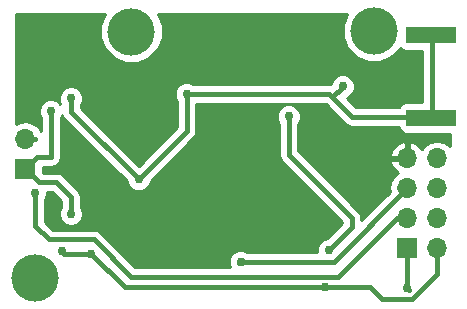
<source format=gbr>
G04 #@! TF.FileFunction,Copper,L2,Bot,Signal*
%FSLAX46Y46*%
G04 Gerber Fmt 4.6, Leading zero omitted, Abs format (unit mm)*
G04 Created by KiCad (PCBNEW 4.0.7) date Thursday, November 02, 2017 'PMt' 10:29:49 PM*
%MOMM*%
%LPD*%
G01*
G04 APERTURE LIST*
%ADD10C,0.100000*%
%ADD11C,4.000000*%
%ADD12R,1.700000X1.700000*%
%ADD13O,1.700000X1.700000*%
%ADD14R,4.200000X1.350000*%
%ADD15C,0.762000*%
%ADD16C,0.381000*%
%ADD17C,0.254000*%
G04 APERTURE END LIST*
D10*
D11*
X138976100Y-89979500D03*
X130784600Y-110807500D03*
X159486600Y-89916000D03*
D12*
X162306000Y-108331000D03*
D13*
X164846000Y-108331000D03*
X162306000Y-105791000D03*
X164846000Y-105791000D03*
X162306000Y-103251000D03*
X164846000Y-103251000D03*
X162306000Y-100711000D03*
X164846000Y-100711000D03*
D12*
X129984500Y-101600000D03*
D13*
X129984500Y-99060000D03*
D14*
X164338000Y-97282000D03*
X164338000Y-90282000D03*
D15*
X133096000Y-108585000D03*
X156845000Y-94615000D03*
X135572500Y-108775500D03*
X155384500Y-111633000D03*
X139573000Y-102489000D03*
X143637000Y-95250000D03*
X133858000Y-95631000D03*
X139700000Y-99949000D03*
X152019000Y-101981000D03*
X156210000Y-106426000D03*
X145288000Y-93345000D03*
X155702000Y-108458000D03*
X152273000Y-97155000D03*
X148209000Y-109474000D03*
X130810000Y-103632000D03*
X162306000Y-111696500D03*
X133858000Y-105410000D03*
X132143500Y-96710500D03*
D16*
X133286500Y-108775500D02*
X135572500Y-108775500D01*
X133096000Y-108585000D02*
X133286500Y-108775500D01*
X156845000Y-94615000D02*
X156845000Y-94678500D01*
X156845000Y-94678500D02*
X155987750Y-95535750D01*
X138430000Y-111633000D02*
X155384500Y-111633000D01*
X135572500Y-108775500D02*
X138430000Y-111633000D01*
X160528000Y-112649000D02*
X160147000Y-112649000D01*
X164846000Y-110490000D02*
X162687000Y-112649000D01*
X164846000Y-108331000D02*
X164846000Y-110490000D01*
X155384500Y-111633000D02*
X159131000Y-111633000D01*
X162687000Y-112649000D02*
X160528000Y-112649000D01*
X160147000Y-112649000D02*
X159131000Y-111633000D01*
X133858000Y-95631000D02*
X133858000Y-96774000D01*
X133858000Y-96774000D02*
X139573000Y-102489000D01*
X143637000Y-95250000D02*
X143637000Y-98425000D01*
X143637000Y-98425000D02*
X139573000Y-102489000D01*
X129984500Y-99060000D02*
X130810000Y-99060000D01*
X164397000Y-97226000D02*
X157678000Y-97226000D01*
X155702000Y-95250000D02*
X143637000Y-95250000D01*
X157678000Y-97226000D02*
X155987750Y-95535750D01*
X155987750Y-95535750D02*
X155702000Y-95250000D01*
X130429000Y-99060000D02*
X130302000Y-99060000D01*
X164397000Y-90226000D02*
X164397000Y-97226000D01*
X139700000Y-97663000D02*
X139700000Y-99949000D01*
X139700000Y-99949000D02*
X139573000Y-100076000D01*
X145288000Y-93345000D02*
X144018000Y-93345000D01*
X144018000Y-93345000D02*
X139700000Y-97663000D01*
X152019000Y-101981000D02*
X152019000Y-102235000D01*
X152019000Y-102235000D02*
X156210000Y-106426000D01*
X152273000Y-97155000D02*
X152273000Y-100393500D01*
X152273000Y-100393500D02*
X157607000Y-105727500D01*
X157607000Y-106553000D02*
X155702000Y-108458000D01*
X157607000Y-105727500D02*
X157607000Y-106553000D01*
X152273000Y-97155000D02*
X152297000Y-97179000D01*
X148209000Y-109474000D02*
X156083000Y-109474000D01*
X156083000Y-109474000D02*
X162306000Y-103251000D01*
X148082000Y-109601000D02*
X148336000Y-109347000D01*
X148209000Y-109474000D02*
X148082000Y-109601000D01*
X148336000Y-109347000D02*
X148336000Y-109601000D01*
X130810000Y-103632000D02*
X130810000Y-106426000D01*
X131953000Y-107569000D02*
X133223000Y-107569000D01*
X130810000Y-106426000D02*
X131953000Y-107569000D01*
X133223000Y-107569000D02*
X135763000Y-107569000D01*
X156464000Y-110744000D02*
X138938000Y-110744000D01*
X135763000Y-107569000D02*
X138938000Y-110744000D01*
X161417000Y-105791000D02*
X156464000Y-110744000D01*
X162306000Y-105791000D02*
X161417000Y-105791000D01*
X162306000Y-108331000D02*
X162306000Y-111696500D01*
X162306000Y-111696500D02*
X162433000Y-111823500D01*
X162306000Y-108331000D02*
X162306000Y-108839000D01*
X132143500Y-100584000D02*
X131000500Y-100584000D01*
X131000500Y-100584000D02*
X129984500Y-101600000D01*
X132588000Y-102743000D02*
X131127500Y-102743000D01*
X133858000Y-104013000D02*
X132588000Y-102743000D01*
X133858000Y-105410000D02*
X133858000Y-104013000D01*
X131127500Y-102743000D02*
X129984500Y-101600000D01*
X132143500Y-100584000D02*
X132143500Y-96710500D01*
X132143500Y-96710500D02*
X132143500Y-96583500D01*
D17*
G36*
X155404031Y-96119464D02*
X155404033Y-96119467D01*
X157094281Y-97809714D01*
X157094283Y-97809717D01*
X157362095Y-97988663D01*
X157678000Y-98051500D01*
X161608341Y-98051500D01*
X161634838Y-98192317D01*
X161773910Y-98408441D01*
X161986110Y-98553431D01*
X162238000Y-98604440D01*
X165914000Y-98604440D01*
X165914000Y-99653498D01*
X165443378Y-99339039D01*
X164875093Y-99226000D01*
X164816907Y-99226000D01*
X164248622Y-99339039D01*
X163766853Y-99660946D01*
X163577655Y-99944101D01*
X163577645Y-99944076D01*
X163187358Y-99515817D01*
X162662892Y-99269514D01*
X162433000Y-99390181D01*
X162433000Y-100584000D01*
X162453000Y-100584000D01*
X162453000Y-100838000D01*
X162433000Y-100838000D01*
X162433000Y-100858000D01*
X162179000Y-100858000D01*
X162179000Y-100838000D01*
X160985845Y-100838000D01*
X160864524Y-101067890D01*
X161034355Y-101477924D01*
X161424642Y-101906183D01*
X161567553Y-101973298D01*
X161226853Y-102200946D01*
X160904946Y-102682715D01*
X160791907Y-103251000D01*
X160849421Y-103540145D01*
X158432500Y-105957066D01*
X158432500Y-105727500D01*
X158369663Y-105411595D01*
X158369663Y-105411594D01*
X158190717Y-105143783D01*
X153401044Y-100354110D01*
X160864524Y-100354110D01*
X160985845Y-100584000D01*
X162179000Y-100584000D01*
X162179000Y-99390181D01*
X161949108Y-99269514D01*
X161424642Y-99515817D01*
X161034355Y-99944076D01*
X160864524Y-100354110D01*
X153401044Y-100354110D01*
X153098500Y-100051566D01*
X153098500Y-97766528D01*
X153133821Y-97731269D01*
X153288824Y-97357982D01*
X153289176Y-96953792D01*
X153134825Y-96580234D01*
X152849269Y-96294179D01*
X152475982Y-96139176D01*
X152071792Y-96138824D01*
X151698234Y-96293175D01*
X151412179Y-96578731D01*
X151257176Y-96952018D01*
X151256824Y-97356208D01*
X151411175Y-97729766D01*
X151447500Y-97766154D01*
X151447500Y-100393500D01*
X151510337Y-100709406D01*
X151689283Y-100977217D01*
X156781500Y-106069434D01*
X156781500Y-106211066D01*
X155550699Y-107441867D01*
X155500792Y-107441824D01*
X155127234Y-107596175D01*
X154841179Y-107881731D01*
X154686176Y-108255018D01*
X154685833Y-108648500D01*
X148820528Y-108648500D01*
X148785269Y-108613179D01*
X148411982Y-108458176D01*
X148007792Y-108457824D01*
X147634234Y-108612175D01*
X147348179Y-108897731D01*
X147193176Y-109271018D01*
X147192824Y-109675208D01*
X147293350Y-109918500D01*
X139279934Y-109918500D01*
X136346717Y-106985283D01*
X136078906Y-106806337D01*
X135763000Y-106743500D01*
X132294934Y-106743500D01*
X131635500Y-106084066D01*
X131635500Y-104243528D01*
X131670821Y-104208269D01*
X131825824Y-103834982D01*
X131826056Y-103568500D01*
X132246066Y-103568500D01*
X133032500Y-104354933D01*
X133032500Y-104798472D01*
X132997179Y-104833731D01*
X132842176Y-105207018D01*
X132841824Y-105611208D01*
X132996175Y-105984766D01*
X133281731Y-106270821D01*
X133655018Y-106425824D01*
X134059208Y-106426176D01*
X134432766Y-106271825D01*
X134718821Y-105986269D01*
X134873824Y-105612982D01*
X134874176Y-105208792D01*
X134719825Y-104835234D01*
X134683500Y-104798846D01*
X134683500Y-104013000D01*
X134620663Y-103697095D01*
X134620663Y-103697094D01*
X134534739Y-103568500D01*
X134441717Y-103429283D01*
X134441714Y-103429281D01*
X133171717Y-102159283D01*
X132903906Y-101980337D01*
X132588000Y-101917500D01*
X131481940Y-101917500D01*
X131481940Y-101409500D01*
X132143500Y-101409500D01*
X132459405Y-101346663D01*
X132727217Y-101167717D01*
X132906163Y-100899905D01*
X132969000Y-100584000D01*
X132969000Y-97322028D01*
X133004321Y-97286769D01*
X133092334Y-97074810D01*
X133095337Y-97089906D01*
X133274283Y-97357717D01*
X138556867Y-102640301D01*
X138556824Y-102690208D01*
X138711175Y-103063766D01*
X138996731Y-103349821D01*
X139370018Y-103504824D01*
X139774208Y-103505176D01*
X140147766Y-103350825D01*
X140433821Y-103065269D01*
X140588824Y-102691982D01*
X140588869Y-102640565D01*
X144220717Y-99008717D01*
X144399663Y-98740906D01*
X144462501Y-98425000D01*
X144462500Y-98424995D01*
X144462500Y-96075500D01*
X155360067Y-96075500D01*
X155404031Y-96119464D01*
X155404031Y-96119464D01*
G37*
X155404031Y-96119464D02*
X155404033Y-96119467D01*
X157094281Y-97809714D01*
X157094283Y-97809717D01*
X157362095Y-97988663D01*
X157678000Y-98051500D01*
X161608341Y-98051500D01*
X161634838Y-98192317D01*
X161773910Y-98408441D01*
X161986110Y-98553431D01*
X162238000Y-98604440D01*
X165914000Y-98604440D01*
X165914000Y-99653498D01*
X165443378Y-99339039D01*
X164875093Y-99226000D01*
X164816907Y-99226000D01*
X164248622Y-99339039D01*
X163766853Y-99660946D01*
X163577655Y-99944101D01*
X163577645Y-99944076D01*
X163187358Y-99515817D01*
X162662892Y-99269514D01*
X162433000Y-99390181D01*
X162433000Y-100584000D01*
X162453000Y-100584000D01*
X162453000Y-100838000D01*
X162433000Y-100838000D01*
X162433000Y-100858000D01*
X162179000Y-100858000D01*
X162179000Y-100838000D01*
X160985845Y-100838000D01*
X160864524Y-101067890D01*
X161034355Y-101477924D01*
X161424642Y-101906183D01*
X161567553Y-101973298D01*
X161226853Y-102200946D01*
X160904946Y-102682715D01*
X160791907Y-103251000D01*
X160849421Y-103540145D01*
X158432500Y-105957066D01*
X158432500Y-105727500D01*
X158369663Y-105411595D01*
X158369663Y-105411594D01*
X158190717Y-105143783D01*
X153401044Y-100354110D01*
X160864524Y-100354110D01*
X160985845Y-100584000D01*
X162179000Y-100584000D01*
X162179000Y-99390181D01*
X161949108Y-99269514D01*
X161424642Y-99515817D01*
X161034355Y-99944076D01*
X160864524Y-100354110D01*
X153401044Y-100354110D01*
X153098500Y-100051566D01*
X153098500Y-97766528D01*
X153133821Y-97731269D01*
X153288824Y-97357982D01*
X153289176Y-96953792D01*
X153134825Y-96580234D01*
X152849269Y-96294179D01*
X152475982Y-96139176D01*
X152071792Y-96138824D01*
X151698234Y-96293175D01*
X151412179Y-96578731D01*
X151257176Y-96952018D01*
X151256824Y-97356208D01*
X151411175Y-97729766D01*
X151447500Y-97766154D01*
X151447500Y-100393500D01*
X151510337Y-100709406D01*
X151689283Y-100977217D01*
X156781500Y-106069434D01*
X156781500Y-106211066D01*
X155550699Y-107441867D01*
X155500792Y-107441824D01*
X155127234Y-107596175D01*
X154841179Y-107881731D01*
X154686176Y-108255018D01*
X154685833Y-108648500D01*
X148820528Y-108648500D01*
X148785269Y-108613179D01*
X148411982Y-108458176D01*
X148007792Y-108457824D01*
X147634234Y-108612175D01*
X147348179Y-108897731D01*
X147193176Y-109271018D01*
X147192824Y-109675208D01*
X147293350Y-109918500D01*
X139279934Y-109918500D01*
X136346717Y-106985283D01*
X136078906Y-106806337D01*
X135763000Y-106743500D01*
X132294934Y-106743500D01*
X131635500Y-106084066D01*
X131635500Y-104243528D01*
X131670821Y-104208269D01*
X131825824Y-103834982D01*
X131826056Y-103568500D01*
X132246066Y-103568500D01*
X133032500Y-104354933D01*
X133032500Y-104798472D01*
X132997179Y-104833731D01*
X132842176Y-105207018D01*
X132841824Y-105611208D01*
X132996175Y-105984766D01*
X133281731Y-106270821D01*
X133655018Y-106425824D01*
X134059208Y-106426176D01*
X134432766Y-106271825D01*
X134718821Y-105986269D01*
X134873824Y-105612982D01*
X134874176Y-105208792D01*
X134719825Y-104835234D01*
X134683500Y-104798846D01*
X134683500Y-104013000D01*
X134620663Y-103697095D01*
X134620663Y-103697094D01*
X134534739Y-103568500D01*
X134441717Y-103429283D01*
X134441714Y-103429281D01*
X133171717Y-102159283D01*
X132903906Y-101980337D01*
X132588000Y-101917500D01*
X131481940Y-101917500D01*
X131481940Y-101409500D01*
X132143500Y-101409500D01*
X132459405Y-101346663D01*
X132727217Y-101167717D01*
X132906163Y-100899905D01*
X132969000Y-100584000D01*
X132969000Y-97322028D01*
X133004321Y-97286769D01*
X133092334Y-97074810D01*
X133095337Y-97089906D01*
X133274283Y-97357717D01*
X138556867Y-102640301D01*
X138556824Y-102690208D01*
X138711175Y-103063766D01*
X138996731Y-103349821D01*
X139370018Y-103504824D01*
X139774208Y-103505176D01*
X140147766Y-103350825D01*
X140433821Y-103065269D01*
X140588824Y-102691982D01*
X140588869Y-102640565D01*
X144220717Y-99008717D01*
X144399663Y-98740906D01*
X144462501Y-98425000D01*
X144462500Y-98424995D01*
X144462500Y-96075500D01*
X155360067Y-96075500D01*
X155404031Y-96119464D01*
G36*
X136743558Y-88484943D02*
X136341558Y-89453067D01*
X136340643Y-90501334D01*
X136740953Y-91470158D01*
X137481543Y-92212042D01*
X138449667Y-92614042D01*
X139497934Y-92614957D01*
X140466758Y-92214647D01*
X141208642Y-91474057D01*
X141610642Y-90505933D01*
X141611557Y-89457666D01*
X141211247Y-88488842D01*
X141189443Y-88467000D01*
X157235141Y-88467000D01*
X156852058Y-89389567D01*
X156851143Y-90437834D01*
X157251453Y-91406658D01*
X157992043Y-92148542D01*
X158960167Y-92550542D01*
X160008434Y-92551457D01*
X160977258Y-92151147D01*
X161719142Y-91410557D01*
X161741156Y-91357540D01*
X161773910Y-91408441D01*
X161986110Y-91553431D01*
X162238000Y-91604440D01*
X163571500Y-91604440D01*
X163571500Y-95959560D01*
X162238000Y-95959560D01*
X162002683Y-96003838D01*
X161786559Y-96142910D01*
X161641569Y-96355110D01*
X161632377Y-96400500D01*
X158019933Y-96400500D01*
X157190846Y-95571413D01*
X157419766Y-95476825D01*
X157705821Y-95191269D01*
X157860824Y-94817982D01*
X157861176Y-94413792D01*
X157706825Y-94040234D01*
X157421269Y-93754179D01*
X157047982Y-93599176D01*
X156643792Y-93598824D01*
X156270234Y-93753175D01*
X155984179Y-94038731D01*
X155829176Y-94412018D01*
X155829143Y-94449790D01*
X155702000Y-94424500D01*
X144248528Y-94424500D01*
X144213269Y-94389179D01*
X143839982Y-94234176D01*
X143435792Y-94233824D01*
X143062234Y-94388175D01*
X142776179Y-94673731D01*
X142621176Y-95047018D01*
X142620824Y-95451208D01*
X142775175Y-95824766D01*
X142811500Y-95861154D01*
X142811500Y-98083066D01*
X139573000Y-101321566D01*
X134683500Y-96432066D01*
X134683500Y-96242528D01*
X134718821Y-96207269D01*
X134873824Y-95833982D01*
X134874176Y-95429792D01*
X134719825Y-95056234D01*
X134434269Y-94770179D01*
X134060982Y-94615176D01*
X133656792Y-94614824D01*
X133283234Y-94769175D01*
X132997179Y-95054731D01*
X132842176Y-95428018D01*
X132841824Y-95832208D01*
X132940340Y-96070636D01*
X132719769Y-95849679D01*
X132346482Y-95694676D01*
X131942292Y-95694324D01*
X131568734Y-95848675D01*
X131282679Y-96134231D01*
X131127676Y-96507518D01*
X131127324Y-96911708D01*
X131281675Y-97285266D01*
X131318000Y-97321654D01*
X131318000Y-98390613D01*
X131063647Y-98009946D01*
X130581878Y-97688039D01*
X130013593Y-97575000D01*
X129955407Y-97575000D01*
X129387122Y-97688039D01*
X129234000Y-97790352D01*
X129234000Y-88467000D01*
X136761532Y-88467000D01*
X136743558Y-88484943D01*
X136743558Y-88484943D01*
G37*
X136743558Y-88484943D02*
X136341558Y-89453067D01*
X136340643Y-90501334D01*
X136740953Y-91470158D01*
X137481543Y-92212042D01*
X138449667Y-92614042D01*
X139497934Y-92614957D01*
X140466758Y-92214647D01*
X141208642Y-91474057D01*
X141610642Y-90505933D01*
X141611557Y-89457666D01*
X141211247Y-88488842D01*
X141189443Y-88467000D01*
X157235141Y-88467000D01*
X156852058Y-89389567D01*
X156851143Y-90437834D01*
X157251453Y-91406658D01*
X157992043Y-92148542D01*
X158960167Y-92550542D01*
X160008434Y-92551457D01*
X160977258Y-92151147D01*
X161719142Y-91410557D01*
X161741156Y-91357540D01*
X161773910Y-91408441D01*
X161986110Y-91553431D01*
X162238000Y-91604440D01*
X163571500Y-91604440D01*
X163571500Y-95959560D01*
X162238000Y-95959560D01*
X162002683Y-96003838D01*
X161786559Y-96142910D01*
X161641569Y-96355110D01*
X161632377Y-96400500D01*
X158019933Y-96400500D01*
X157190846Y-95571413D01*
X157419766Y-95476825D01*
X157705821Y-95191269D01*
X157860824Y-94817982D01*
X157861176Y-94413792D01*
X157706825Y-94040234D01*
X157421269Y-93754179D01*
X157047982Y-93599176D01*
X156643792Y-93598824D01*
X156270234Y-93753175D01*
X155984179Y-94038731D01*
X155829176Y-94412018D01*
X155829143Y-94449790D01*
X155702000Y-94424500D01*
X144248528Y-94424500D01*
X144213269Y-94389179D01*
X143839982Y-94234176D01*
X143435792Y-94233824D01*
X143062234Y-94388175D01*
X142776179Y-94673731D01*
X142621176Y-95047018D01*
X142620824Y-95451208D01*
X142775175Y-95824766D01*
X142811500Y-95861154D01*
X142811500Y-98083066D01*
X139573000Y-101321566D01*
X134683500Y-96432066D01*
X134683500Y-96242528D01*
X134718821Y-96207269D01*
X134873824Y-95833982D01*
X134874176Y-95429792D01*
X134719825Y-95056234D01*
X134434269Y-94770179D01*
X134060982Y-94615176D01*
X133656792Y-94614824D01*
X133283234Y-94769175D01*
X132997179Y-95054731D01*
X132842176Y-95428018D01*
X132841824Y-95832208D01*
X132940340Y-96070636D01*
X132719769Y-95849679D01*
X132346482Y-95694676D01*
X131942292Y-95694324D01*
X131568734Y-95848675D01*
X131282679Y-96134231D01*
X131127676Y-96507518D01*
X131127324Y-96911708D01*
X131281675Y-97285266D01*
X131318000Y-97321654D01*
X131318000Y-98390613D01*
X131063647Y-98009946D01*
X130581878Y-97688039D01*
X130013593Y-97575000D01*
X129955407Y-97575000D01*
X129387122Y-97688039D01*
X129234000Y-97790352D01*
X129234000Y-88467000D01*
X136761532Y-88467000D01*
X136743558Y-88484943D01*
M02*

</source>
